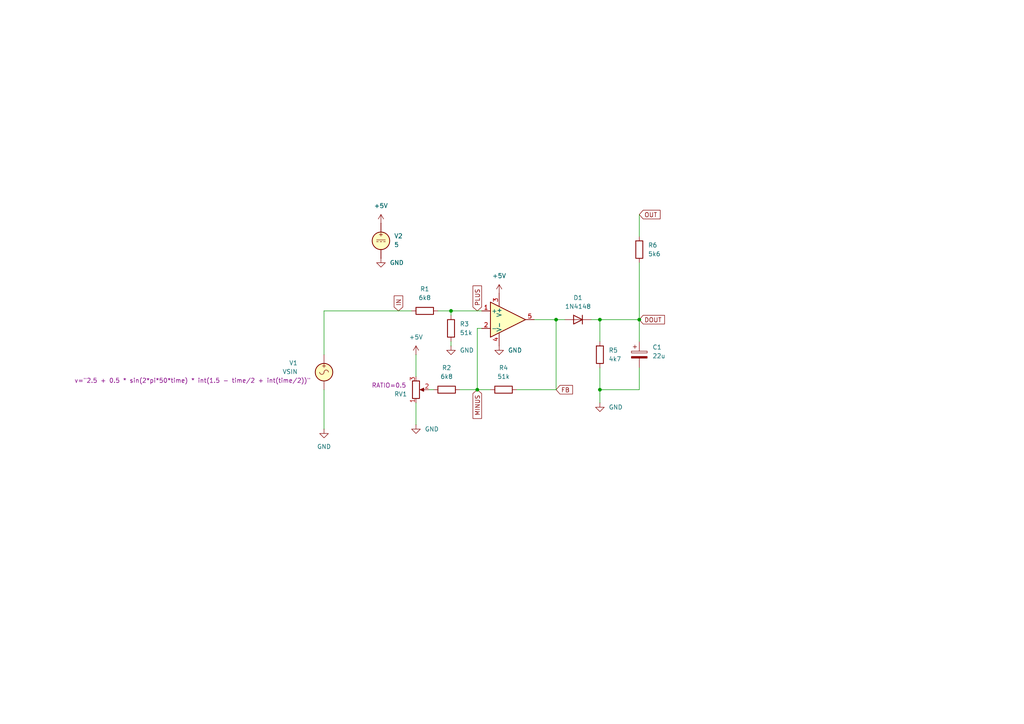
<source format=kicad_sch>
(kicad_sch (version 20250114) (generator "eeschema") (generator_version "9.0")
  (paper "A4")
  (lib_symbols
    (symbol "Device:C_Polarized" (pin_numbers (hide yes)) (pin_names (offset 0.254))
      (property "Reference" "C" (at 0.635 2.54 0))
      (property "Value" "C_Polarized" (at 0.635 -2.54 0))
      (symbol "C_Polarized_0_1"
        (rectangle (start -2.286 0.508) (end 2.286 1.016))
        (polyline (pts (xy -1.778 2.286) (xy -0.762 2.286)))
        (polyline (pts (xy -1.27 2.794) (xy -1.27 1.778)))
        (rectangle (start 2.286 -0.508) (end -2.286 -1.016) (fill (type outline)))
      )
      (symbol "C_Polarized_1_1"
        (pin passive line (at 0 3.81 270) (length 2.794) (name "~") (number "1"))
        (pin passive line (at 0 -3.81 90) (length 2.794) (name "~") (number "2"))
      )
    )
    (symbol "Device:D" (pin_numbers (hide yes)) (pin_names (offset 1.016) (hide yes))
      (property "Reference" "D" (at 0 2.54 0))
      (property "Value" "D" (at 0 -2.54 0))
      (symbol "D_0_1"
        (polyline (pts (xy -1.27 1.27) (xy -1.27 -1.27)) (stroke (width 0.254)))
        (polyline (pts (xy 1.27 1.27) (xy 1.27 -1.27) (xy -1.27 0) (xy 1.27 1.27)) (stroke (width 0.254)))
        (polyline (pts (xy 1.27 0) (xy -1.27 0)))
      )
      (symbol "D_1_1"
        (pin passive line (at -3.81 0 0) (length 2.54) (name "K") (number "1"))
        (pin passive line (at 3.81 0 180) (length 2.54) (name "A") (number "2"))
      )
    )
    (symbol "Device:R" (pin_numbers (hide yes)) (pin_names (offset 0))
      (property "Reference" "R" (at 2.032 0 90))
      (property "Value" "R" (at 0 0 90))
      (symbol "R_0_1"
        (rectangle (start -1.016 -2.54) (end 1.016 2.54) (stroke (width 0.254)))
      )
      (symbol "R_1_1"
        (pin passive line (at 0 3.81 270) (length 1.27) (name "~") (number "1"))
        (pin passive line (at 0 -3.81 90) (length 1.27) (name "~") (number "2"))
      )
    )
    (symbol "Device:R_Potentiometer" (pin_names (offset 1.016) (hide yes))
      (property "Reference" "RV" (at -4.445 0 90))
      (property "Value" "R_Potentiometer" (at -2.54 0 90))
      (symbol "R_Potentiometer_0_1"
        (rectangle (start 1.016 2.54) (end -1.016 -2.54) (stroke (width 0.254)))
        (polyline (pts (xy 1.143 0) (xy 2.286 0.508) (xy 2.286 -0.508) (xy 1.143 0)) (fill (type outline)))
        (polyline (pts (xy 2.54 0) (xy 1.524 0)))
      )
      (symbol "R_Potentiometer_1_1"
        (pin passive line (at 0 3.81 270) (length 1.27) (name "1") (number "1"))
        (pin passive line (at 0 -3.81 90) (length 1.27) (name "3") (number "3"))
        (pin passive line (at 3.81 0 180) (length 1.27) (name "2") (number "2"))
      )
    )
    (symbol "Simulation_SPICE:OPAMP" (pin_names (offset 0.254))
      (property "Reference" "U" (at 3.81 3.175 0))
      (property "Value" "${SIM.PARAMS}" (at 3.81 -3.175 0))
      (symbol "OPAMP_0_1"
        (polyline (pts (xy 5.08 0) (xy -5.08 5.08) (xy -5.08 -5.08) (xy 5.08 0)) (stroke (width 0.254)) (fill (type background)))
      )
      (symbol "OPAMP_1_1"
        (pin input line (at -7.62 2.54 0) (length 2.54) (name "+") (number "1"))
        (pin input line (at -7.62 -2.54 0) (length 2.54) (name "-") (number "2"))
        (pin power_in line (at -2.54 7.62 270) (length 3.81) (name "V+") (number "3"))
        (pin power_in line (at -2.54 -7.62 90) (length 3.81) (name "V-") (number "4"))
        (pin output line (at 7.62 0 180) (length 2.54) (name "~") (number "5"))
      )
    )
    (symbol "Simulation_SPICE:VDC" (pin_numbers (hide yes)) (pin_names (offset 0.0254))
      (property "Reference" "V" (at 2.54 2.54 0))
      (property "Value" "1" (at 2.54 0 0))
      (symbol "VDC_0_0"
        (polyline (pts (xy -1.27 0.254) (xy 1.27 0.254)))
        (polyline (pts (xy -0.762 -0.254) (xy -1.27 -0.254)))
        (polyline (pts (xy 0.254 -0.254) (xy -0.254 -0.254)))
        (polyline (pts (xy 1.27 -0.254) (xy 0.762 -0.254)))
        (text "+" (at 0 1.905 0) (effects (font (size 1.27 1.27))))
      )
      (symbol "VDC_0_1"
        (circle (center 0 0) (radius 2.54) (stroke (width 0.254)) (fill (type background)))
      )
      (symbol "VDC_1_1"
        (pin passive line (at 0 5.08 270) (length 2.54) (name "~") (number "1"))
        (pin passive line (at 0 -5.08 90) (length 2.54) (name "~") (number "2"))
      )
    )
    (symbol "Simulation_SPICE:VSIN" (pin_numbers (hide yes)) (pin_names (offset 0.0254))
      (property "Reference" "V" (at 2.54 2.54 0))
      (property "Value" "VSIN" (at 2.54 0 0))
      (property "Sim.Params" "dc=0 ampl=1 f=1k ac=1" (at 2.54 -2.54 0))
      (symbol "VSIN_0_0"
        (arc (start -1.27 0) (mid -0.635 0.6323) (end 0 0))
        (arc (start 1.27 0) (mid 0.635 -0.6323) (end 0 0))
        (text "+" (at 0 1.905 0) (effects (font (size 1.27 1.27))))
      )
      (symbol "VSIN_0_1"
        (circle (center 0 0) (radius 2.54) (stroke (width 0.254)) (fill (type background)))
      )
      (symbol "VSIN_1_1"
        (pin passive line (at 0 5.08 270) (length 2.54) (name "~") (number "1"))
        (pin passive line (at 0 -5.08 90) (length 2.54) (name "~") (number "2"))
      )
    )
    (symbol "power:+5V" (power) (pin_numbers (hide yes)) (pin_names (offset 0) (hide yes))
      (property "Value" "+5V" (at 0 3.556 0))
      (symbol "+5V_0_1"
        (polyline (pts (xy -0.762 1.27) (xy 0 2.54)))
        (polyline (pts (xy 0 2.54) (xy 0.762 1.27)))
        (polyline (pts (xy 0 0) (xy 0 2.54)))
      )
      (symbol "+5V_1_1"
        (pin power_in line (at 0 0 90) (length 0) (name "~") (number "1"))
      )
    )
    (symbol "power:GND" (power) (pin_numbers (hide yes)) (pin_names (offset 0) (hide yes))
      (property "Value" "GND" (at 0 -3.81 0))
      (symbol "GND_0_1"
        (polyline (pts (xy 0 0) (xy 0 -1.27) (xy 1.27 -1.27) (xy 0 -2.54) (xy -1.27 -1.27) (xy 0 -1.27)))
      )
      (symbol "GND_1_1"
        (pin power_in line (at 0 0 270) (length 0) (name "~") (number "1"))
      )
    )
  )
  (junction (at 173.99 92.71))
  (junction (at 130.81 90.17))
  (junction (at 173.99 113.03))
  (junction (at 185.42 92.71))
  (junction (at 138.43 113.03))
  (junction (at 161.29 92.71))
  (wire (pts (xy 173.99 116.84) (xy 173.99 113.03)))
  (wire (pts (xy 173.99 113.03) (xy 185.42 113.03)))
  (wire (pts (xy 120.65 102.87) (xy 120.65 109.22)))
  (wire (pts (xy 138.43 95.25) (xy 138.43 113.03)))
  (wire (pts (xy 120.65 116.84) (xy 120.65 123.19)))
  (wire (pts (xy 130.81 99.06) (xy 130.81 100.33)))
  (wire (pts (xy 149.86 113.03) (xy 161.29 113.03)))
  (wire (pts (xy 185.42 92.71) (xy 185.42 99.06)))
  (wire (pts (xy 138.43 113.03) (xy 142.24 113.03)))
  (wire (pts (xy 185.42 92.71) (xy 173.99 92.71)))
  (wire (pts (xy 138.43 95.25) (xy 139.7 95.25)))
  (wire (pts (xy 93.98 102.87) (xy 93.98 90.17)))
  (wire (pts (xy 130.81 90.17) (xy 130.81 91.44)))
  (wire (pts (xy 133.35 113.03) (xy 138.43 113.03)))
  (wire (pts (xy 173.99 106.68) (xy 173.99 113.03)))
  (wire (pts (xy 173.99 92.71) (xy 171.45 92.71)))
  (wire (pts (xy 130.81 90.17) (xy 139.7 90.17)))
  (wire (pts (xy 127 90.17) (xy 130.81 90.17)))
  (wire (pts (xy 124.46 113.03) (xy 125.73 113.03)))
  (wire (pts (xy 185.42 76.2) (xy 185.42 92.71)))
  (wire (pts (xy 185.42 68.58) (xy 185.42 62.23)))
  (wire (pts (xy 93.98 90.17) (xy 119.38 90.17)))
  (wire (pts (xy 173.99 92.71) (xy 173.99 99.06)))
  (wire (pts (xy 154.94 92.71) (xy 161.29 92.71)))
  (wire (pts (xy 161.29 92.71) (xy 163.83 92.71)))
  (wire (pts (xy 161.29 92.71) (xy 161.29 113.03)))
  (wire (pts (xy 185.42 113.03) (xy 185.42 106.68)))
  (wire (pts (xy 93.98 113.03) (xy 93.98 124.46)))
  (global_label "DOUT" (shape input) (at 185.42 92.71 0) (property "Intersheetrefs" "${INTERSHEET_REFS}" (effects (hide yes))))
  (global_label "MINUS" (shape input) (at 138.43 113.03 270) (property "Intersheetrefs" "${INTERSHEET_REFS}" (effects (hide yes))))
  (global_label "PLUS" (shape input) (at 138.43 90.17 90) (property "Intersheetrefs" "${INTERSHEET_REFS}" (effects (hide yes))))
  (global_label "OUT" (shape input) (at 185.42 62.23 0) (property "Intersheetrefs" "${INTERSHEET_REFS}" (effects (hide yes))))
  (global_label "IN" (shape input) (at 115.57 90.17 90) (property "Intersheetrefs" "${INTERSHEET_REFS}" (effects (hide yes))))
  (global_label "FB" (shape input) (at 161.29 113.03 0) (property "Intersheetrefs" "${INTERSHEET_REFS}" (effects (hide yes))))
  (symbol (lib_id "Simulation_SPICE:OPAMP") (at 147.32 92.71 0) (unit 1)
    (property "Reference" "U1" (effects (hide yes)))
    (property "Value" "${SIM.PARAMS}" (at 154.94 89.4649 0))
    (property "Datasheet" "https://ngspice.sourceforge.io/docs/ngspice-html-manual/manual.xhtml#sec__SUBCKT_Subcircuits" (effects (hide yes)))
    (property "Description" "Operational amplifier, single" (effects (hide yes)))
    (property "Sim.Pins" "1=in+ 2=in- 3=vcc 4=vee 5=out" (effects (hide yes)))
    (property "Sim.Device" "SUBCKT" (effects (hide yes)))
    (property "Sim.Library" "${KICAD9_SYMBOL_DIR}/Simulation_SPICE.sp" (effects (hide yes)))
    (property "Sim.Name" "kicad_builtin_opamp" (effects (hide yes)))
  )
  (symbol (lib_id "power:+5V") (at 120.65 102.87 0) (unit 1)
    (property "Reference" "#PWR04" (effects (hide yes)))
    (property "Value" "+5V" (at 120.65 97.79 0))
    (property "Description" "Power symbol creates a global label with name \"+5V\"" (effects (hide yes)))
  )
  (symbol (lib_id "Device:R") (at 123.19 90.17 90) (unit 1)
    (property "Reference" "R1" (at 123.19 83.82 90))
    (property "Value" "6k8" (at 123.19 86.36 90))
    (property "Footprint" "Resistor_THT:R_Axial_DIN0207_L6.3mm_D2.5mm_P7.62mm_Horizontal" (effects (hide yes)))
    (property "Description" "Resistor" (effects (hide yes)))
    (property "Sim.Device" "R" (effects (hide yes)))
    (property "Sim.Pins" "1=- 2=+" (effects (hide yes)))
  )
  (symbol (lib_id "Device:R") (at 173.99 102.87 0) (unit 1)
    (property "Reference" "R5" (at 176.53 101.5999 0) (effects (justify left)))
    (property "Value" "4k7" (at 176.53 104.1399 0) (effects (justify left)))
    (property "Footprint" "Resistor_THT:R_Axial_DIN0207_L6.3mm_D2.5mm_P7.62mm_Horizontal" (effects (hide yes)))
    (property "Description" "Resistor" (effects (hide yes)))
  )
  (symbol (lib_id "power:GND") (at 173.99 116.84 0) (unit 1)
    (property "Reference" "#PWR09" (effects (hide yes)))
    (property "Value" "GND" (at 176.53 118.1099 0) (effects (justify left)))
    (property "Description" "Power symbol creates a global label with name \"GND\" , ground" (effects (hide yes)))
  )
  (symbol (lib_id "Device:R") (at 129.54 113.03 270) (mirror x) (unit 1)
    (property "Reference" "R2" (at 129.54 106.68 90))
    (property "Value" "6k8" (at 129.54 109.22 90))
    (property "Footprint" "Resistor_THT:R_Axial_DIN0207_L6.3mm_D2.5mm_P7.62mm_Horizontal" (effects (hide yes)))
    (property "Description" "Resistor" (effects (hide yes)))
    (property "Sim.Device" "R" (effects (hide yes)))
    (property "Sim.Pins" "1=- 2=+" (effects (hide yes)))
  )
  (symbol (lib_id "power:+5V") (at 110.49 64.77 0) (unit 1)
    (property "Reference" "#PWR02" (effects (hide yes)))
    (property "Value" "+5V" (at 110.49 59.69 0))
    (property "Description" "Power symbol creates a global label with name \"+5V\"" (effects (hide yes)))
  )
  (symbol (lib_id "Device:R") (at 130.81 95.25 0) (unit 1)
    (property "Reference" "R3" (at 133.35 93.9799 0) (effects (justify left)))
    (property "Value" "51k" (at 133.35 96.5199 0) (effects (justify left)))
    (property "Footprint" "Resistor_THT:R_Axial_DIN0207_L6.3mm_D2.5mm_P7.62mm_Horizontal" (effects (hide yes)))
    (property "Description" "Resistor" (effects (hide yes)))
    (property "Sim.Device" "R" (effects (hide yes)))
    (property "Sim.Pins" "1=- 2=+" (effects (hide yes)))
  )
  (symbol (lib_id "Simulation_SPICE:VDC") (at 110.49 69.85 0) (unit 1)
    (property "Reference" "V2" (at 114.3 68.4501 0) (effects (justify left)))
    (property "Value" "5" (at 114.3 70.9901 0) (effects (justify left)))
    (property "Datasheet" "https://ngspice.sourceforge.io/docs/ngspice-html-manual/manual.xhtml#sec_Independent_Sources_for" (effects (hide yes)))
    (property "Description" "Voltage source, DC" (effects (hide yes)))
    (property "Sim.Pins" "1=+ 2=-" (effects (hide yes)))
    (property "Sim.Type" "DC" (effects (hide yes)))
    (property "Sim.Device" "V" (effects (hide yes)))
  )
  (symbol (lib_id "power:GND") (at 110.49 74.93 0) (unit 1)
    (property "Reference" "#PWR03" (effects (hide yes)))
    (property "Value" "GND" (at 113.03 76.1999 0) (effects (justify left)))
    (property "Description" "Power symbol creates a global label with name \"GND\" , ground" (effects (hide yes)))
  )
  (symbol (lib_id "power:GND") (at 93.98 124.46 0) (unit 1)
    (property "Reference" "#PWR01" (effects (hide yes)))
    (property "Value" "GND" (at 93.98 129.54 0))
    (property "Description" "Power symbol creates a global label with name \"GND\" , ground" (effects (hide yes)))
  )
  (symbol (lib_id "power:GND") (at 120.65 123.19 0) (unit 1)
    (property "Reference" "#PWR05" (effects (hide yes)))
    (property "Value" "GND" (at 123.19 124.4599 0) (effects (justify left)))
    (property "Description" "Power symbol creates a global label with name \"GND\" , ground" (effects (hide yes)))
  )
  (symbol (lib_id "power:GND") (at 144.78 100.33 0) (unit 1)
    (property "Reference" "#PWR08" (effects (hide yes)))
    (property "Value" "GND" (at 147.32 101.5999 0) (effects (justify left)))
    (property "Description" "Power symbol creates a global label with name \"GND\" , ground" (effects (hide yes)))
  )
  (symbol (lib_id "Device:R") (at 185.42 72.39 0) (unit 1)
    (property "Reference" "R6" (at 187.96 71.1199 0) (effects (justify left)))
    (property "Value" "5k6" (at 187.96 73.6599 0) (effects (justify left)))
    (property "Description" "Resistor" (effects (hide yes)))
  )
  (symbol (lib_id "Device:R_Potentiometer") (at 120.65 113.03 0) (mirror x) (unit 1)
    (property "Reference" "RV1" (at 118.11 114.3001 0) (effects (justify right)))
    (property "Value" "R_Potentiometer" (effects (hide yes)))
    (property "Footprint" "Potentiometer_THT:Potentiometer_Runtron_RM-065_Vertical" (effects (hide yes)))
    (property "Description" "Potentiometer" (effects (hide yes)))
    (property "Sim.Library" "rpot.sp" (effects (hide yes)))
    (property "Sim.Name" "RPOT" (effects (hide yes)))
    (property "Sim.Device" "SUBCKT" (effects (hide yes)))
    (property "Sim.Pins" "1=1 2=2 3=3" (effects (hide yes)))
    (property "Sim.Params" "RATIO=0.5" (at 117.856 111.76 0) (effects (justify right)))
  )
  (symbol (lib_id "Device:D") (at 167.64 92.71 0) (mirror y) (unit 1)
    (property "Reference" "D1" (at 167.64 86.36 0))
    (property "Value" "1N4148" (at 167.64 88.9 0))
    (property "Footprint" "Diode_THT:D_DO-35_SOD27_P7.62mm_Horizontal" (effects (hide yes)))
    (property "Description" "Diode" (effects (hide yes)))
    (property "Sim.Device" "D" (effects (hide yes)))
    (property "Sim.Pins" "1=K 2=A" (effects (hide yes)))
  )
  (symbol (lib_id "Device:C_Polarized") (at 185.42 102.87 0) (unit 1)
    (property "Reference" "C1" (at 189.23 100.7109 0) (effects (justify left)))
    (property "Value" "22u" (at 189.23 103.2509 0) (effects (justify left)))
    (property "Footprint" "Capacitor_THT:CP_Radial_Tantal_D4.5mm_P2.50mm" (effects (hide yes)))
    (property "Description" "Polarized capacitor" (effects (hide yes)))
    (property "Sim.Device" "C" (effects (hide yes)))
    (property "Sim.Pins" "1=- 2=+" (effects (hide yes)))
  )
  (symbol (lib_id "Device:R") (at 146.05 113.03 270) (mirror x) (unit 1)
    (property "Reference" "R4" (at 146.05 106.68 90))
    (property "Value" "51k" (at 146.05 109.22 90))
    (property "Footprint" "Resistor_THT:R_Axial_DIN0207_L6.3mm_D2.5mm_P7.62mm_Horizontal" (effects (hide yes)))
    (property "Description" "Resistor" (effects (hide yes)))
    (property "Sim.Device" "R" (effects (hide yes)))
    (property "Sim.Pins" "1=- 2=+" (effects (hide yes)))
  )
  (symbol (lib_id "power:GND") (at 130.81 100.33 0) (unit 1)
    (property "Reference" "#PWR06" (effects (hide yes)))
    (property "Value" "GND" (at 133.35 101.5999 0) (effects (justify left)))
    (property "Description" "Power symbol creates a global label with name \"GND\" , ground" (effects (hide yes)))
  )
  (symbol (lib_id "power:+5V") (at 144.78 85.09 0) (unit 1)
    (property "Reference" "#PWR07" (effects (hide yes)))
    (property "Value" "+5V" (at 144.78 80.01 0))
    (property "Description" "Power symbol creates a global label with name \"+5V\"" (effects (hide yes)))
  )
  (symbol (lib_id "Simulation_SPICE:VSIN") (at 93.98 107.95 0) (mirror y) (unit 1)
    (property "Reference" "V1" (at 86.36 105.2801 0) (effects (justify left)))
    (property "Value" "VSIN" (at 86.36 107.8201 0) (effects (justify left)))
    (property "Datasheet" "https://ngspice.sourceforge.io/docs/ngspice-html-manual/manual.xhtml#sec_Independent_Sources_for" (effects (hide yes)))
    (property "Description" "Voltage source, sinusoidal" (effects (hide yes)))
    (property "Sim.Pins" "1=+ 2=-" (effects (hide yes)))
    (property "Sim.Params" "v=\"2.5 + 0.5 * sin(2*pi*50*time) * int(1.5 - time/2 + int(time/2))\"" (at 90.17 110.3601 0) (effects (justify left)))
    (property "Sim.Type" "=" (effects (hide yes)))
    (property "Sim.Device" "V" (effects (hide yes)))
  )
)
</source>
